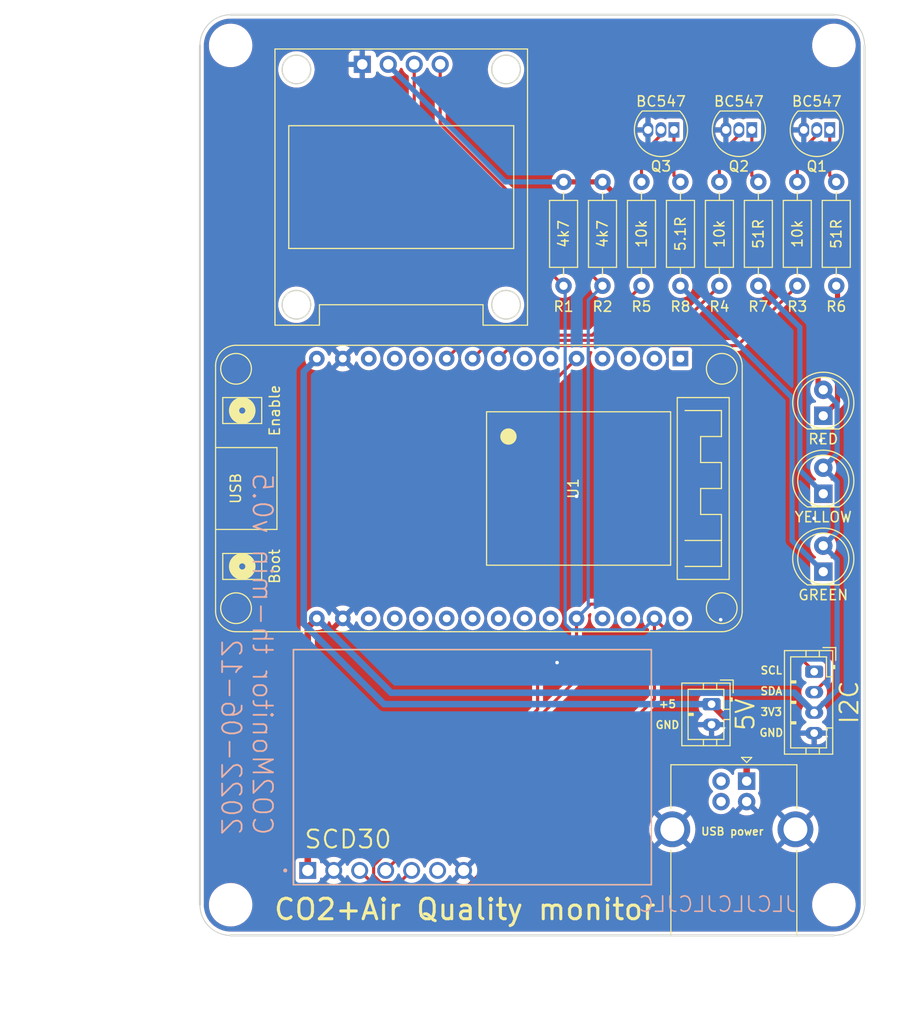
<source format=kicad_pcb>
(kicad_pcb (version 20211014) (generator pcbnew)
  (title_block (title "CO2Monitor th-min") (date "2022-06-12") (rev "v0.5"))
  (layers (0 "F.Cu" signal) (31 "B.Cu" signal) (34 "B.Paste" user) (35 "F.Paste" user) (36 "B.SilkS" user "B.Silkscreen") (37 "F.SilkS" user "F.Silkscreen") (38 "B.Mask" user) (39 "F.Mask" user) (44 "Edge.Cuts" user))
  (net 0 "")
  (net 1 "Net-(D1-Pad1)")
  (net 2 "+3V3")
  (net 3 "Net-(D2-Pad1)")
  (net 4 "Net-(D3-Pad1)")
  (net 5 "+5V")
  (net 6 "GND")
  (net 7 "/SDA")
  (net 8 "/SCL")
  (net 11 "Net-(Q1-Pad1)")
  (net 12 "Net-(Q1-Pad2)")
  (net 13 "Net-(Q2-Pad1)")
  (net 14 "Net-(Q2-Pad2)")
  (net 15 "Net-(Q3-Pad1)")
  (net 16 "Net-(Q3-Pad2)")
  (net 17 "/D25")
  (net 18 "/D26")
  (net 19 "/D27")
  (net 24 "/D35")
  (footprint "Connector_JST:JST_PH_B2B-PH-K_1x02_P2.00mm_Vertical" (layer "F.Cu") (at 70.038 87.394 -90)
    (fp_text reference "J1" hide)
    (fp_text value "JST_PH_B2B")
    (fp_line (start 1.5 -1.2) (end 1.5 -1.81) (layer "F.SilkS") (width 0.12))
    (fp_line (start -0.3 -2.01) (end -0.6 -2.01) (layer "F.SilkS") (width 0.12))
    (fp_line (start -0.3 -1.81) (end -0.3 -2.01) (layer "F.SilkS") (width 0.12))
    (fp_line (start -2.06 2.91) (end 4.06 2.91) (layer "F.SilkS") (width 0.12))
    (fp_line (start 0.5 -1.81) (end 0.5 -1.2) (layer "F.SilkS") (width 0.12))
    (fp_line (start 4.06 0.8) (end 3.45 0.8) (layer "F.SilkS") (width 0.12))
    (fp_line (start -1.11 -2.11) (end -2.36 -2.11) (layer "F.SilkS") (width 0.12))
    (fp_line (start -2.36 -2.11) (end -2.36 -0.86) (layer "F.SilkS") (width 0.12))
    (fp_line (start -2.06 -0.5) (end -1.45 -0.5) (layer "F.SilkS") (width 0.12))
    (fp_line (start 0.5 -1.2) (end -1.45 -1.2) (layer "F.SilkS") (width 0.12))
    (fp_line (start 3.45 2.3) (end 3.45 -1.2) (layer "F.SilkS") (width 0.12))
    (fp_line (start 4.06 -0.5) (end 3.45 -0.5) (layer "F.SilkS") (width 0.12))
    (fp_line (start 1.1 1.8) (end 1.1 2.3) (layer "F.SilkS") (width 0.12))
    (fp_line (start -0.6 -2.01) (end -0.6 -1.81) (layer "F.SilkS") (width 0.12))
    (fp_line (start 4.06 -1.81) (end -2.06 -1.81) (layer "F.SilkS") (width 0.12))
    (fp_line (start 1 2.3) (end 1 1.8) (layer "F.SilkS") (width 0.12))
    (fp_line (start -2.06 -1.81) (end -2.06 2.91) (layer "F.SilkS") (width 0.12))
    (fp_line (start -1.45 2.3) (end 3.45 2.3) (layer "F.SilkS") (width 0.12))
    (fp_line (start 0.9 1.8) (end 1.1 1.8) (layer "F.SilkS") (width 0.12))
    (fp_line (start 0.9 2.3) (end 0.9 1.8) (layer "F.SilkS") (width 0.12))
    (fp_line (start 3.45 -1.2) (end 1.5 -1.2) (layer "F.SilkS") (width 0.12))
    (fp_line (start 4.06 2.91) (end 4.06 -1.81) (layer "F.SilkS") (width 0.12))
    (fp_line (start -0.3 -1.91) (end -0.6 -1.91) (layer "F.SilkS") (width 0.12))
    (fp_line (start -2.06 0.8) (end -1.45 0.8) (layer "F.SilkS") (width 0.12))
    (fp_line (start -1.45 -1.2) (end -1.45 2.3) (layer "F.SilkS") (width 0.12))
    (pad "1" thru_hole roundrect locked (at 0 0 270) (size 1.2 1.75) (drill 0.75) (layers *.Cu *.Mask) (roundrect_rratio 0.2083333333) (net 5 "+5V"))
    (pad "2" thru_hole oval locked (at 2 0 270) (size 1.2 1.75) (drill 0.75) (layers *.Cu *.Mask) (net 6 "GND"))
  )
  (footprint "Package_TO_SOT_THT:TO-92_Inline" (layer "F.Cu") (at 73.975 31.26 180)
    (fp_text reference "Q2" (at 1.27 -3.56) (layer "F.SilkS"))
    (fp_text value "BC547" (at 1.27 2.790012) (layer "F.SilkS"))
    (fp_line (start -0.53 1.85) (end 3.07 1.85) (layer "F.SilkS") (width 0.12))
    (fp_arc (start -0.568478 1.838478) (mid -1.132087 -0.994977) (end 1.27 -2.6) (layer "F.SilkS") (width 0.12))
    (fp_arc (start 1.27 -2.6) (mid 3.672087 -0.994977) (end 3.108478 1.838478) (layer "F.SilkS") (width 0.12))
    (pad "1" thru_hole rect locked (at 0 0 180) (size 1.05 1.5) (drill 0.75) (layers *.Cu *.Mask) (net 13 "Net-(Q2-Pad1)"))
    (pad "2" thru_hole oval locked (at 1.27 0 180) (size 1.05 1.5) (drill 0.75) (layers *.Cu *.Mask) (net 14 "Net-(Q2-Pad2)"))
    (pad "3" thru_hole oval locked (at 2.54 0 180) (size 1.05 1.5) (drill 0.75) (layers *.Cu *.Mask) (net 6 "GND"))
  )
  (footprint "MountingHole:MountingHole_3.5mm" (layer "F.Cu") (at 22.999999 22.999996)
    (fp_text reference "H1" hide)
    (fp_text value "MountingHole")
    (pad "" np_thru_hole circle locked (at 0 0) (size 3.5 3.5) (drill 3.5) (layers *.Cu *.Mask))
  )
  (footprint "Resistor_THT:R_Axial_DIN0207_L6.3mm_D2.5mm_P10.16mm_Horizontal" (layer "F.Cu") (at 59.37 46.5 90)
    (fp_text reference "R2" (at -2.032 0 180) (layer "F.SilkS"))
    (fp_text value "4k7" (at 5.08 0 90) (layer "F.SilkS"))
    (fp_line (start 9.12 0) (end 8.35 0) (layer "F.SilkS") (width 0.12))
    (fp_line (start 1.04 0) (end 1.81 0) (layer "F.SilkS") (width 0.12))
    (fp_line (start 8.35 -1.37) (end 1.81 -1.37) (layer "F.SilkS") (width 0.12))
    (fp_line (start 1.81 -1.37) (end 1.81 1.37) (layer "F.SilkS") (width 0.12))
    (fp_line (start 1.81 1.37) (end 8.35 1.37) (layer "F.SilkS") (width 0.12))
    (fp_line (start 8.35 1.37) (end 8.35 -1.37) (layer "F.SilkS") (width 0.12))
    (pad "1" thru_hole circle (at 0 0 90) (size 1.6 1.6) (drill 0.8) (layers *.Cu *.Mask) (net 7 "/SDA"))
    (pad "2" thru_hole oval (at 10.16 0 90) (size 1.6 1.6) (drill 0.8) (layers *.Cu *.Mask) (net 2 "+3V3"))
  )
  (footprint "MountingHole:MountingHole_3.5mm" (layer "F.Cu") (at 82 107)
    (fp_text reference "H4" hide)
    (fp_text value "MountingHole")
    (pad "" np_thru_hole circle locked (at 0 0) (size 3.5 3.5) (drill 3.5) (layers *.Cu *.Mask))
  )
  (footprint "ssd1306 oled:OLED_128x64_0.96_small" (layer "F.Cu") (at 39.685 36.848)
    (fp_text reference "U3" hide)
    (fp_text value "SSD1306")
    (fp_line (start 12.35 -13.5) (end 12.35 13.5) (layer "F.SilkS") (width 0.12))
    (fp_line (start -12.35 13.5) (end -12.35 -13.5) (layer "F.SilkS") (width 0.12))
    (fp_line (start 8 11.5) (end -8 11.5) (layer "F.SilkS") (width 0.12))
    (fp_line (start -11 6) (end 11 6) (layer "F.SilkS") (width 0.12))
    (fp_line (start 11 6) (end 11 -6) (layer "F.SilkS") (width 0.12))
    (fp_line (start -8 11.5) (end -8 13.5) (layer "F.SilkS") (width 0.12))
    (fp_line (start 8 13.5) (end 8 11.5) (layer "F.SilkS") (width 0.12))
    (fp_line (start -11 -6) (end -11 6) (layer "F.SilkS") (width 0.12))
    (fp_line (start 12.35 13.5) (end 8 13.5) (layer "F.SilkS") (width 0.12))
    (fp_line (start -12.35 -13.5) (end 12.35 -13.5) (layer "F.SilkS") (width 0.12))
    (fp_line (start -8 13.5) (end -12.35 13.5) (layer "F.SilkS") (width 0.12))
    (fp_line (start -11 -6) (end 11 -6) (layer "F.SilkS") (width 0.12))
    (fp_circle (center 10.25 11.5) (end 11.65 11.5) (layer "F.SilkS") (width 0.12) (fill none))
    (fp_circle (center 10.25 -11.5) (end 11.65 -11.5) (layer "F.SilkS") (width 0.12) (fill none))
    (fp_circle (center -10.25 -11.5) (end -8.85 -11.5) (layer "F.SilkS") (width 0.12) (fill none))
    (fp_circle (center -10.25 11.5) (end -8.85 11.5) (layer "F.SilkS") (width 0.12) (fill none))
    (fp_circle (center -10.25 -11.5) (end -8.85 -11.5) (layer "Edge.Cuts") (width 0.12) (fill none))
    (fp_circle (center 10.25 11.5) (end 11.65 11.5) (layer "Edge.Cuts") (width 0.12) (fill none))
    (fp_circle (center 10.25 -11.5) (end 11.65 -11.5) (layer "Edge.Cuts") (width 0.12) (fill none))
    (fp_circle (center -10.25 11.5) (end -8.85 11.5) (layer "Edge.Cuts") (width 0.12) (fill none))
    (pad "1" thru_hole rect locked (at -3.81 -12) (size 1.6764 1.6764) (drill 1.016) (layers *.Cu *.Mask) (net 6 "GND"))
    (pad "2" thru_hole circle locked (at -1.27 -12) (size 1.6764 1.6764) (drill 1.016) (layers *.Cu *.Mask) (net 2 "+3V3"))
    (pad "3" thru_hole circle locked (at 1.27 -12) (size 1.6764 1.6764) (drill 1.016) (layers *.Cu *.Mask) (net 8 "/SCL"))
    (pad "4" thru_hole circle locked (at 3.81 -12) (size 1.6764 1.6764) (drill 1.016) (layers *.Cu *.Mask) (net 7 "/SDA"))
  )
  (footprint "Resistor_THT:R_Axial_DIN0207_L6.3mm_D2.5mm_P10.16mm_Horizontal" (layer "F.Cu") (at 55.56 46.5 90)
    (fp_text reference "R1" (at -2.032 0 180) (layer "F.SilkS"))
    (fp_text value "4k7" (at 5.08 0 90) (layer "F.SilkS"))
    (fp_line (start 1.81 1.37) (end 8.35 1.37) (layer "F.SilkS") (width 0.12))
    (fp_line (start 9.12 0) (end 8.35 0) (layer "F.SilkS") (width 0.12))
    (fp_line (start 1.04 0) (end 1.81 0) (layer "F.SilkS") (width 0.12))
    (fp_line (start 1.81 -1.37) (end 1.81 1.37) (layer "F.SilkS") (width 0.12))
    (fp_line (start 8.35 1.37) (end 8.35 -1.37) (layer "F.SilkS") (width 0.12))
    (fp_line (start 8.35 -1.37) (end 1.81 -1.37) (layer "F.SilkS") (width 0.12))
    (pad "1" thru_hole circle (at 0 0 90) (size 1.6 1.6) (drill 0.8) (layers *.Cu *.Mask) (net 8 "/SCL"))
    (pad "2" thru_hole oval (at 10.16 0 90) (size 1.6 1.6) (drill 0.8) (layers *.Cu *.Mask) (net 2 "+3V3"))
  )
  (footprint "Connector_JST:JST_PH_B4B-PH-K_1x04_P2.00mm_Vertical" (layer "F.Cu") (at 80.071 84.219 -90)
    (fp_text reference "J2" hide)
    (fp_text value "Conn_01x04")
    (fp_line (start 8.06 -1.81) (end -2.06 -1.81) (layer "F.SilkS") (width 0.12))
    (fp_line (start 2.9 1.8) (end 3.1 1.8) (layer "F.SilkS") (width 0.12))
    (fp_line (start 1.1 1.8) (end 1.1 2.3) (layer "F.SilkS") (width 0.12))
    (fp_line (start -0.3 -1.81) (end -0.3 -2.01) (layer "F.SilkS") (width 0.12))
    (fp_line (start -2.06 -1.81) (end -2.06 2.91) (layer "F.SilkS") (width 0.12))
    (fp_line (start 7.45 -1.2) (end 5.5 -1.2) (layer "F.SilkS") (width 0.12))
    (fp_line (start 5.5 -1.2) (end 5.5 -1.81) (layer "F.SilkS") (width 0.12))
    (fp_line (start 0.9 2.3) (end 0.9 1.8) (layer "F.SilkS") (width 0.12))
    (fp_line (start -2.06 -0.5) (end -1.45 -0.5) (layer "F.SilkS") (width 0.12))
    (fp_line (start -2.06 2.91) (end 8.06 2.91) (layer "F.SilkS") (width 0.12))
    (fp_line (start 5 2.3) (end 5 1.8) (layer "F.SilkS") (width 0.12))
    (fp_line (start 3 2.3) (end 3 1.8) (layer "F.SilkS") (width 0.12))
    (fp_line (start 1 2.3) (end 1 1.8) (layer "F.SilkS") (width 0.12))
    (fp_line (start 0.5 -1.2) (end -1.45 -1.2) (layer "F.SilkS") (width 0.12))
    (fp_line (start 3.1 1.8) (end 3.1 2.3) (layer "F.SilkS") (width 0.12))
    (fp_line (start 4.9 1.8) (end 5.1 1.8) (layer "F.SilkS") (width 0.12))
    (fp_line (start 8.06 -0.5) (end 7.45 -0.5) (layer "F.SilkS") (width 0.12))
    (fp_line (start -1.45 -1.2) (end -1.45 2.3) (layer "F.SilkS") (width 0.12))
    (fp_line (start 2.9 2.3) (end 2.9 1.8) (layer "F.SilkS") (width 0.12))
    (fp_line (start -2.36 -2.11) (end -2.36 -0.86) (layer "F.SilkS") (width 0.12))
    (fp_line (start 5.1 1.8) (end 5.1 2.3) (layer "F.SilkS") (width 0.12))
    (fp_line (start 0.5 -1.81) (end 0.5 -1.2) (layer "F.SilkS") (width 0.12))
    (fp_line (start -0.3 -2.01) (end -0.6 -2.01) (layer "F.SilkS") (width 0.12))
    (fp_line (start -0.3 -1.91) (end -0.6 -1.91) (layer "F.SilkS") (width 0.12))
    (fp_line (start -2.06 0.8) (end -1.45 0.8) (layer "F.SilkS") (width 0.12))
    (fp_line (start -1.11 -2.11) (end -2.36 -2.11) (layer "F.SilkS") (width 0.12))
    (fp_line (start -0.6 -2.01) (end -0.6 -1.81) (layer "F.SilkS") (width 0.12))
    (fp_line (start 4.9 2.3) (end 4.9 1.8) (layer "F.SilkS") (width 0.12))
    (fp_line (start -1.45 2.3) (end 7.45 2.3) (layer "F.SilkS") (width 0.12))
    (fp_line (start 8.06 0.8) (end 7.45 0.8) (layer "F.SilkS") (width 0.12))
    (fp_line (start 7.45 2.3) (end 7.45 -1.2) (layer "F.SilkS") (width 0.12))
    (fp_line (start 0.9 1.8) (end 1.1 1.8) (layer "F.SilkS") (width 0.12))
    (fp_line (start 8.06 2.91) (end 8.06 -1.81) (layer "F.SilkS") (width 0.12))
    (pad "1" thru_hole roundrect locked (at 0 0 270) (size 1.2 1.75) (drill 0.75) (layers *.Cu *.Mask) (roundrect_rratio 0.2083333333) (net 8 "/SCL"))
    (pad "2" thru_hole oval locked (at 2 0 270) (size 1.2 1.75) (drill 0.75) (layers *.Cu *.Mask) (net 7 "/SDA"))
    (pad "3" thru_hole oval locked (at 4 0 270) (size 1.2 1.75) (drill 0.75) (layers *.Cu *.Mask) (net 2 "+3V3"))
    (pad "4" thru_hole oval locked (at 6 0 270) (size 1.2 1.75) (drill 0.75) (layers *.Cu *.Mask) (net 6 "GND"))
  )
  (footprint "Connector_USB:USB_B_OST_USB-B1HSxx_Horizontal" (layer "F.Cu") (at 73.467 94.918999 -90)
    (fp_text reference "J3" hide)
    (fp_text value "USB_B")
    (fp_line (start 15.12 -4.91) (end 15.12 7.41) (layer "F.SilkS") (width 0.12))
    (fp_line (start 2.66 -4.91) (end -1.6 -4.91) (layer "F.SilkS") (width 0.12))
    (fp_line (start -1.6 7.41) (end 2.66 7.41) (layer "F.SilkS") (width 0.12))
    (fp_line (start 15.12 7.41) (end 6.76 7.41) (layer "F.SilkS") (width 0.12))
    (fp_line (start 6.76 -4.91) (end 15.12 -4.91) (layer "F.SilkS") (width 0.12))
    (fp_line (start -2.32 -0.5) (end -2.32 0.5) (layer "F.SilkS") (width 0.12))
    (fp_line (start -1.6 -4.91) (end -1.6 7.41) (layer "F.SilkS") (width 0.12))
    (fp_line (start -1.82 0) (end -2.32 -0.5) (layer "F.SilkS") (width 0.12))
    (fp_line (start -2.32 0.5) (end -1.82 0) (layer "F.SilkS") (width 0.12))
    (pad "1" thru_hole rect locked (at 0 0 270) (size 1.7 1.7) (drill 0.92) (layers *.Cu *.Mask) (net 5 "+5V"))
    (pad "2" thru_hole circle locked (at 0 2.5 270) (size 1.7 1.7) (drill 0.92) (layers *.Cu *.Mask))
    (pad "3" thru_hole circle locked (at 2 2.5 270) (size 1.7 1.7) (drill 0.92) (layers *.Cu *.Mask))
    (pad "4" thru_hole circle locked (at 2 0 270) (size 1.7 1.7) (drill 0.92) (layers *.Cu *.Mask) (net 6 "GND"))
    (pad "5" thru_hole circle locked (at 4.71 -4.77 270) (size 3.5 3.5) (drill 2.33) (layers *.Cu *.Mask) (net 6 "GND"))
    (pad "5" thru_hole circle locked (at 4.71 7.27 270) (size 3.5 3.5) (drill 2.33) (layers *.Cu *.Mask) (net 6 "GND"))
  )
  (footprint "LED_THT:LED_D5.0mm_Clear" (layer "F.Cu") (at 80.96 66.825 90)
    (fp_text reference "D2" hide)
    (fp_text value "YELLOW" (at -2.281 0 180) (layer "F.SilkS"))
    (fp_line (start -1.29 -1.545) (end -1.29 1.545) (layer "F.SilkS") (width 0.12))
    (fp_arc (start 4.26 -0.000462) (mid 2.072002 2.880433) (end -1.29 1.54483) (layer "F.SilkS") (width 0.12))
    (fp_arc (start -1.29 -1.54483) (mid 2.072002 -2.880433) (end 4.26 0.000462) (layer "F.SilkS") (width 0.12))
    (fp_circle (center 1.27 0) (end 3.77 0) (layer "F.SilkS") (width 0.12) (fill none))
    (pad "1" thru_hole rect locked (at 0 0 90) (size 1.8 1.8) (drill 0.9) (layers *.Cu *.Mask) (net 3 "Net-(D2-Pad1)"))
    (pad "2" thru_hole circle locked (at 2.54 0 90) (size 1.8 1.8) (drill 0.9) (layers *.Cu *.Mask) (net 2 "+3V3"))
  )
  (footprint "LED_THT:LED_D5.0mm_Clear" (layer "F.Cu") (at 80.96 59.205004 90)
    (fp_text reference "D1" hide)
    (fp_text value "RED" (at -2.280996 0 180) (layer "F.SilkS"))
    (fp_line (start -1.29 -1.545) (end -1.29 1.545) (layer "F.SilkS") (width 0.12))
    (fp_arc (start -1.29 -1.54483) (mid 2.072002 -2.880433) (end 4.26 0.000462) (layer "F.SilkS") (width 0.12))
    (fp_arc (start 4.26 -0.000462) (mid 2.072002 2.880433) (end -1.29 1.54483) (layer "F.SilkS") (width 0.12))
    (fp_circle (center 1.27 0) (end 3.77 0) (layer "F.SilkS") (width 0.12) (fill none))
    (pad "1" thru_hole rect locked (at 0 0 90) (size 1.8 1.8) (drill 0.9) (layers *.Cu *.Mask) (net 1 "Net-(D1-Pad1)"))
    (pad "2" thru_hole circle locked (at 2.54 0 90) (size 1.8 1.8) (drill 0.9) (layers *.Cu *.Mask) (net 2 "+3V3"))
  )
  (footprint "Resistor_THT:R_Axial_DIN0207_L6.3mm_D2.5mm_P10.16mm_Horizontal" (layer "F.Cu") (at 63.18 46.5 90)
    (fp_text reference "R5" (at -2.032 0 180) (layer "F.SilkS"))
    (fp_text value "10k" (at 5.08 0 90) (layer "F.SilkS"))
    (fp_line (start 1.81 -1.37) (end 1.81 1.37) (layer "F.SilkS") (width 0.12))
    (fp_line (start 1.81 1.37) (end 8.35 1.37) (layer "F.SilkS") (width 0.12))
    (fp_line (start 8.35 -1.37) (end 1.81 -1.37) (layer "F.SilkS") (width 0.12))
    (fp_line (start 8.35 1.37) (end 8.35 -1.37) (layer "F.SilkS") (width 0.12))
    (fp_line (start 9.12 0) (end 8.35 0) (layer "F.SilkS") (width 0.12))
    (fp_line (start 1.04 0) (end 1.81 0) (layer "F.SilkS") (width 0.12))
    (pad "1" thru_hole circle locked (at 0 0 90) (size 1.6 1.6) (drill 0.8) (layers *.Cu *.Mask) (net 19 "/D27"))
    (pad "2" thru_hole oval locked (at 10.16 0 90) (size 1.6 1.6) (drill 0.8) (layers *.Cu *.Mask) (net 16 "Net-(Q3-Pad2)"))
  )
  (footprint "Package_TO_SOT_THT:TO-92_Inline" (layer "F.Cu") (at 66.355 31.26 180)
    (fp_text reference "Q3" (at 1.27 -3.56) (layer "F.SilkS"))
    (fp_text value "BC547" (at 1.27 2.790012) (layer "F.SilkS"))
    (fp_line (start -0.53 1.85) (end 3.07 1.85) (layer "F.SilkS") (width 0.12))
    (fp_arc (start 1.27 -2.6) (mid 3.672087 -0.994977) (end 3.108478 1.838478) (layer "F.SilkS") (width 0.12))
    (fp_arc (start -0.568478 1.838478) (mid -1.132087 -0.994977) (end 1.27 -2.6) (layer "F.SilkS") (width 0.12))
    (pad "1" thru_hole rect locked (at 0 0 180) (size 1.05 1.5) (drill 0.75) (layers *.Cu *.Mask) (net 15 "Net-(Q3-Pad1)"))
    (pad "2" thru_hole oval locked (at 1.27 0 180) (size 1.05 1.5) (drill 0.75) (layers *.Cu *.Mask) (net 16 "Net-(Q3-Pad2)"))
    (pad "3" thru_hole oval locked (at 2.54 0 180) (size 1.05 1.5) (drill 0.75) (layers *.Cu *.Mask) (net 6 "GND"))
  )
  (footprint "Resistor_THT:R_Axial_DIN0207_L6.3mm_D2.5mm_P10.16mm_Horizontal" (layer "F.Cu") (at 74.61 36.34 -90)
    (fp_text reference "R7" (at 12.192 0 180) (layer "F.SilkS"))
    (fp_text value "51R" (at 5.08 0 90) (layer "F.SilkS"))
    (fp_line (start 1.81 1.37) (end 8.35 1.37) (layer "F.SilkS") (width 0.12))
    (fp_line (start 9.12 0) (end 8.35 0) (layer "F.SilkS") (width 0.12))
    (fp_line (start 8.35 -1.37) (end 1.81 -1.37) (layer "F.SilkS") (width 0.12))
    (fp_line (start 1.04 0) (end 1.81 0) (layer "F.SilkS") (width 0.12))
    (fp_line (start 8.35 1.37) (end 8.35 -1.37) (layer "F.SilkS") (width 0.12))
    (fp_line (start 1.81 -1.37) (end 1.81 1.37) (layer "F.SilkS") (width 0.12))
    (pad "1" thru_hole circle locked (at 0 0 270) (size 1.6 1.6) (drill 0.8) (layers *.Cu *.Mask) (net 13 "Net-(Q2-Pad1)"))
    (pad "2" thru_hole oval locked (at 10.16 0 270) (size 1.6 1.6) (drill 0.8) (layers *.Cu *.Mask) (net 3 "Net-(D2-Pad1)"))
  )
  (footprint "Package_TO_SOT_THT:TO-92_Inline" (layer "F.Cu") (at 81.595 31.26 180)
    (fp_text reference "Q1" (at 1.27 -3.56) (layer "F.SilkS"))
    (fp_text value "BC547" (at 1.27 2.790012) (layer "F.SilkS"))
    (fp_line (start -0.53 1.85) (end 3.07 1.85) (layer "F.SilkS") (width 0.12))
    (fp_arc (start -0.568478 1.838478) (mid -1.132087 -0.994977) (end 1.27 -2.6) (layer "F.SilkS") (width 0.12))
    (fp_arc (start 1.27 -2.6) (mid 3.672087 -0.994977) (end 3.108478 1.838478) (layer "F.SilkS") (width 0.12))
    (pad "1" thru_hole rect locked (at 0 0 180) (size 1.05 1.5) (drill 0.75) (layers *.Cu *.Mask) (net 11 "Net-(Q1-Pad1)"))
    (pad "2" thru_hole oval locked (at 1.27 0 180) (size 1.05 1.5) (drill 0.75) (layers *.Cu *.Mask) (net 12 "Net-(Q1-Pad2)"))
    (pad "3" thru_hole oval locked (at 2.54 0 180) (size 1.05 1.5) (drill 0.75) (layers *.Cu *.Mask) (net 6 "GND"))
  )
  (footprint "Resistor_THT:R_Axial_DIN0207_L6.3mm_D2.5mm_P10.16mm_Horizontal" (layer "F.Cu") (at 70.8 46.5 90)
    (fp_text reference "R4" (at -2.032 0 180) (layer "F.SilkS"))
    (fp_text value "10k" (at 5.08 0 270) (layer "F.SilkS"))
    (fp_line (start 9.12 0) (end 8.35 0) (layer "F.SilkS") (width 0.12))
    (fp_line (start 1.81 -1.37) (end 1.81 1.37) (layer "F.SilkS") (width 0.12))
    (fp_line (start 1.81 1.37) (end 8.35 1.37) (layer "F.SilkS") (width 0.12))
    (fp_line (start 8.35 1.37) (end 8.35 -1.37) (layer "F.SilkS") (width 0.12))
    (fp_line (start 8.35 -1.37) (end 1.81 -1.37) (layer "F.SilkS") (width 0.12))
    (fp_line (start 1.04 0) (end 1.81 0) (layer "F.SilkS") (width 0.12))
    (pad "1" thru_hole circle locked (at 0 0 90) (size 1.6 1.6) (drill 0.8) (layers *.Cu *.Mask) (net 18 "/D26"))
    (pad "2" thru_hole oval locked (at 10.16 0 90) (size 1.6 1.6) (drill 0.8) (layers *.Cu *.Mask) (net 14 "Net-(Q2-Pad2)"))
  )
  (footprint "MountingHole:MountingHole_3.5mm" (layer "F.Cu") (at 23 107)
    (fp_text reference "H3" hide)
    (fp_text value "MountingHole")
    (pad "" np_thru_hole circle locked (at 0 0) (size 3.5 3.5) (drill 3.5) (layers *.Cu *.Mask))
  )
  (footprint "LED_THT:LED_D5.0mm_Clear" (layer "F.Cu") (at 80.96 74.445 90)
    (fp_text reference "D3" hide)
    (fp_text value "GREEN" (at -2.281 0 180) (layer "F.SilkS"))
    (fp_line (start -1.29 -1.545) (end -1.29 1.545) (layer "F.SilkS") (width 0.12))
    (fp_arc (start -1.29 -1.54483) (mid 2.072002 -2.880433) (end 4.26 0.000462) (layer "F.SilkS") (width 0.12))
    (fp_arc (start 4.26 -0.000462) (mid 2.072002 2.880433) (end -1.29 1.54483) (layer "F.SilkS") (width 0.12))
    (fp_circle (center 1.27 0) (end 3.77 0) (layer "F.SilkS") (width 0.12) (fill none))
    (pad "1" thru_hole rect locked (at 0 0 90) (size 1.8 1.8) (drill 0.9) (layers *.Cu *.Mask) (net 4 "Net-(D3-Pad1)"))
    (pad "2" thru_hole circle locked (at 2.54 0 90) (size 1.8 1.8) (drill 0.9) (layers *.Cu *.Mask) (net 2 "+3V3"))
  )
  (footprint "Resistor_THT:R_Axial_DIN0207_L6.3mm_D2.5mm_P10.16mm_Horizontal" (layer "F.Cu") (at 78.42 46.5 90)
    (fp_text reference "R3" (at -2.032 0 180) (layer "F.SilkS"))
    (fp_text value "10k" (at 5.08 0 90) (layer "F.SilkS"))
    (fp_line (start 8.35 1.37) (end 8.35 -1.37) (layer "F.SilkS") (width 0.12))
    (fp_line (start 1.81 1.37) (end 8.35 1.37) (layer "F.SilkS") (width 0.12))
    (fp_line (start 1.81 -1.37) (end 1.81 1.37) (layer "F.SilkS") (width 0.12))
    (fp_line (start 8.35 -1.37) (end 1.81 -1.37) (layer "F.SilkS") (width 0.12))
    (fp_line (start 1.04 0) (end 1.81 0) (layer "F.SilkS") (width 0.12))
    (fp_line (start 9.12 0) (end 8.35 0) (layer "F.SilkS") (width 0.12))
    (pad "1" thru_hole circle locked (at 0 0 90) (size 1.6 1.6) (drill 0.8) (layers *.Cu *.Mask) (net 17 "/D25"))
    (pad "2" thru_hole oval locked (at 10.16 0 90) (size 1.6 1.6) (drill 0.8) (layers *.Cu *.Mask) (net 12 "Net-(Q1-Pad2)"))
  )
  (footprint "MountingHole:MountingHole_3.5mm" (layer "F.Cu") (at 82.000003 22.999996)
    (fp_text reference "H2" hide)
    (fp_text value "MountingHole")
    (pad "" np_thru_hole circle locked (at 0 0) (size 3.5 3.5) (drill 3.5) (layers *.Cu *.Mask))
  )
  (footprint "Resistor_THT:R_Axial_DIN0207_L6.3mm_D2.5mm_P10.16mm_Horizontal" (layer "F.Cu") (at 82.23 36.34 -90)
    (fp_text reference "R6" (at 12.192 0 180) (layer "F.SilkS"))
    (fp_text value "51R" (at 5.08 0 90) (layer "F.SilkS"))
    (fp_line (start 8.35 1.37) (end 8.35 -1.37) (layer "F.SilkS") (width 0.12))
    (fp_line (start 9.12 0) (end 8.35 0) (layer "F.SilkS") (width 0.12))
    (fp_line (start 1.81 1.37) (end 8.35 1.37) (layer "F.SilkS") (width 0.12))
    (fp_line (start 1.04 0) (end 1.81 0) (layer "F.SilkS") (width 0.12))
    (fp_line (start 1.81 -1.37) (end 1.81 1.37) (layer "F.SilkS") (width 0.12))
    (fp_line (start 8.35 -1.37) (end 1.81 -1.37) (layer "F.SilkS") (width 0.12))
    (pad "1" thru_hole circle locked (at 0 0 270) (size 1.6 1.6) (drill 0.8) (layers *.Cu *.Mask) (net 11 "Net-(Q1-Pad1)"))
    (pad "2" thru_hole oval locked (at 10.16 0 270) (size 1.6 1.6) (drill 0.8) (layers *.Cu *.Mask) (net 1 "Net-(D1-Pad1)"))
  )
  (footprint "Resistor_THT:R_Axial_DIN0207_L6.3mm_D2.5mm_P10.16mm_Horizontal" (layer "F.Cu") (at 66.99 36.34 -90)
    (fp_text reference "R8" (at 12.192 0 180) (layer "F.SilkS"))
    (fp_text value "5.1R" (at 5.08 0 90) (layer "F.SilkS"))
    (fp_line (start 8.35 1.37) (end 8.35 -1.37) (layer "F.SilkS") (width 0.12))
    (fp_line (start 9.12 0) (end 8.35 0) (layer "F.SilkS") (width 0.12))
    (fp_line (start 1.81 -1.37) (end 1.81 1.37) (layer "F.SilkS") (width 0.12))
    (fp_line (start 1.81 1.37) (end 8.35 1.37) (layer "F.SilkS") (width 0.12))
    (fp_line (start 1.04 0) (end 1.81 0) (layer "F.SilkS") (width 0.12))
    (fp_line (start 8.35 -1.37) (end 1.81 -1.37) (layer "F.SilkS") (width 0.12))
    (pad "1" thru_hole circle locked (at 0 0 270) (size 1.6 1.6) (drill 0.8) (layers *.Cu *.Mask) (net 15 "Net-(Q3-Pad1)"))
    (pad "2" thru_hole oval locked (at 10.16 0 270) (size 1.6 1.6) (drill 0.8) (layers *.Cu *.Mask) (net 4 "Net-(D3-Pad1)"))
  )
  (footprint "esp32_devkit_v1_doit:esp32_devkit_v1_doit" (layer "F.Cu") (at 66.99 66.312 -90)
    (fp_text reference "U1" (at 0 10.47 90) (layer "F.SilkS"))
    (fp_text value "ESP32_DevKit_V1_DOIT")
    (fp_text user "USB" (at 0 43.49 90) (layer "F.SilkS"))
    (fp_text user "Enable" (at -7.62 39.68 90) (layer "F.SilkS"))
    (fp_text user "Boot" (at 7.62 39.68 90) (layer "F.SilkS"))
    (fp_line (start -6.35 44.76) (end -8.89 44.76) (layer "F.SilkS") (width 0.12))
    (fp_line (start 0 -4.008) (end 0 -1.976) (layer "F.SilkS") (width 0.12))
    (fp_line (start -12 45.46) (end 12 45.46) (layer "F.SilkS") (width 0.12))
    (fp_line (start -4 39.46) (end 4 39.46) (layer "F.SilkS") (width 0.12))
    (fp_line (start -8.89 44.76) (end -8.89 40.95) (layer "F.SilkS") (width 0.12))
    (fp_line (start -7.62 -4.008) (end -5.08 -4.008) (layer "F.SilkS") (width 0.12))
    (fp_line (start -2.54 -4.008) (end 0 -4.008) (layer "F.SilkS") (width 0.12))
    (fp_line (start 8.89 -4.77) (end 8.89 0.31) (layer "F.SilkS") (width 0.12))
    (fp_line (start 7.5 18.96) (end -7.5 18.96) (layer "F.SilkS") (width 0.12))
    (fp_line (start -12 -6.04) (end 12 -6.04) (layer "F.SilkS") (width 0.12))
    (fp_line (start 0 -1.976) (end 2.54 -1.976) (layer "F.SilkS") (width 0.12))
    (fp_line (start -5.08 -4.008) (end -5.08 -1.976) (layer "F.SilkS") (width 0.12))
    (fp_line (start -8.89 0.31) (end -8.89 -4.77) (layer "F.SilkS") (width 0.12))
    (fp_line (start -5.08 -1.976) (end -2.54 -1.976) (layer "F.SilkS") (width 0.12))
    (fp_line (start 6.35 40.95) (end 8.89 40.95) (layer "F.SilkS") (width 0.12))
    (fp_line (start -7.62 -0.452) (end -7.62 -4.008) (layer "F.SilkS") (width 0.12))
    (fp_line (start -7.5 0.96) (end 7.5 0.96) (layer "F.SilkS") (width 0.12))
    (fp_line (start -8.89 -4.77) (end 8.89 -4.77) (layer "F.SilkS") (width 0.12))
    (fp_line (start -6.35 40.95) (end -6.35 44.76) (layer "F.SilkS") (width 0.12))
    (fp_line (start 2.54 -4.008) (end 7.62 -4.008) (layer "F.SilkS") (width 0.12))
    (fp_line (start 4 39.46) (end 4 45.46) (layer "F.SilkS") (width 0.12))
    (fp_line (start -4 39.46) (end -4 45.46) (layer "F.SilkS") (width 0.12))
    (fp_line (start -2.54 -1.976) (end -2.54 -4.008) (layer "F.SilkS") (width 0.12))
    (fp_line (start 14 43.46) (end 14 -4.04) (layer "F.SilkS") (width 0.12))
    (fp_line (start 6.35 44.76) (end 6.35 40.95) (layer "F.SilkS") (width 0.12))
    (fp_line (start -7.5 18.96) (end -7.5 0.96) (layer "F.SilkS") (width 0.12))
    (fp_line (start 7.62 -4.008) (end 7.62 -0.452) (layer "F.SilkS") (width 0.12))
    (fp_line (start 7.5 0.96) (end 7.5 18.96) (layer "F.SilkS") (width 0.12))
    (fp_line (start 5.08 -4.008) (end 5.08 -0.452) (layer "F.SilkS") (width 0.12))
    (fp_line (start 2.54 -1.976) (end 2.54 -4.008) (layer "F.SilkS") (width 0.12))
    (fp_line (start 8.89 40.95) (end 8.89 44.76) (layer "F.SilkS") (width 0.12))
    (fp_line (start -8.89 40.95) (end -6.35 40.95) (layer "F.SilkS") (width 0.12))
    (fp_line (start 8.89 0.31) (end -8.89 0.31) (layer "F.SilkS") (width 0.12))
    (fp_line (start 8.89 44.76) (end 6.35 44.76) (layer "F.SilkS") (width 0.12))
    (fp_line (start -14 -4.04) (end -14 43.46) (layer "F.SilkS") (width 0.12))
    (fp_arc (start -12 45.46) (mid -13.414214 44.874214) (end -14 43.46) (layer "F.SilkS") (width 0.12))
    (fp_arc (start 14 43.46) (mid 13.414214 44.874214) (end 12 45.46) (layer "F.SilkS") (width 0.12))
    (fp_arc (start 12 -6.04) (mid 13.414214 -5.454214) (end 14 -4.04) (layer "F.SilkS") (width 0.12))
    (fp_arc (start -14 -4.04) (mid -13.414214 -5.454214) (end -12 -6.04) (layer "F.SilkS") (width 0.12))
    (fp_circle (center -11.7 43.46) (end -10.2 43.46) (layer "F.SilkS") (width 0.12) (fill none))
    (fp_circle (center 11.7 43.46) (end 13.2 43.46) (layer "F.SilkS") (width 0.12) (fill none))
    (fp_circle (center -7.62 42.855) (end -7.32 42.855) (layer "F.SilkS") (width 1) (fill none))
    (fp_circle (center -11.7 -4.04) (end -10.2 -4.04) (layer "F.SilkS") (width 0.12) (fill none))
    (fp_circle (center 7.62 42.855) (end 7.92 42.855) (layer "F.SilkS") (width 1) (fill none))
    (fp_circle (center 11.7 -4.04) (end 13.2 -4.04) (layer "F.SilkS") (width 0.12) (fill none))
    (fp_circle (center -5.08 16.82) (end -4.68 16.82) (layer "F.SilkS") (width 0.8) (fill none))
    (pad "1" thru_hole rect locked (at -12.7 0 270) (size 1.524 1.524) (drill 0.762) (layers *.Cu *.Mask))
    (pad "2" thru_hole circle locked (at -12.7 2.54 270) (size 1.524 1.524) (drill 0.762) (layers *.Cu *.Mask))
    (pad "3" thru_hole circle locked (at -12.7 5.08 270) (size 1.524 1.524) (drill 0.762) (layers *.Cu *.Mask))
    (pad "4" thru_hole circle locked (at -12.7 7.62 270) (size 1.524 1.524) (drill 0.762) (layers *.Cu *.Mask))
    (pad "5" thru_hole circle locked (at -12.7 10.16 270) (size 1.524 1.524) (drill 0.762) (layers *.Cu *.Mask) (net 24 "/D35"))
    (pad "6" thru_hole circle locked (at -12.7 12.7 270) (size 1.524 1.524) (drill 0.762) (layers *.Cu *.Mask))
    (pad "7" thru_hole circle locked (at -12.7 15.24 270) (size 1.524 1.524) (drill 0.762) (layers *.Cu *.Mask))
    (pad "8" thru_hole circle locked (at -12.7 17.78 270) (size 1.524 1.524) (drill 0.762) (layers *.Cu *.Mask) (net 17 "/D25"))
    (pad "9" thru_hole circle locked (at -12.7 20.32 270) (size 1.524 1.524) (drill 0.762) (layers *.Cu *.Mask) (net 18 "/D26"))
    (pad "10" thru_hole circle locked (at -12.7 22.86 270) (size 1.524 1.524) (drill 0.762) (layers *.Cu *.Mask) (net 19 "/D27"))
    (pad "11" thru_hole circle locked (at -12.7 25.4 270) (size 1.524 1.524) (drill 0.762) (layers *.Cu *.Mask))
    (pad "12" thru_hole circle locked (at -12.7 27.94 270) (size 1.524 1.524) (drill 0.762) (layers *.Cu *.Mask))
    (pad "13" thru_hole circle locked (at -12.7 30.48 270) (size 1.524 1.524) (drill 0.762) (layers *.Cu *.Mask))
    (pad "14" thru_hole circle locked (at -12.7 33.02 270) (size 1.524 1.524) (drill 0.762) (layers *.Cu *.Mask) (net 6 "GND"))
    (pad "15" thru_hole circle locked (at -12.7 35.56 270) (size 1.524 1.524) (drill 0.762) (layers *.Cu *.Mask) (net 5 "+5V"))
    (pad "16" thru_hole circle locked (at 12.7 35.56 270) (size 1.524 1.524) (drill 0.762) (layers *.Cu *.Mask) (net 2 "+3V3"))
    (pad "17" thru_hole circle locked (at 12.7 33.02 270) (size 1.524 1.524) (drill 0.762) (layers *.Cu *.Mask) (net 6 "GND"))
    (pad "18" thru_hole circle locked (at 12.7 30.48 270) (size 1.524 1.524) (drill 0.762) (layers *.Cu *.Mask))
    (pad "19" thru_hole circle locked (at 12.7 27.94 270) (size 1.524 1.524) (drill 0.762) (layers *.Cu *.Mask))
    (pad "20" thru_hole circle locked (at 12.7 25.4 270) (size 1.524 1.524) (drill 0.762) (layers *.Cu *.Mask))
    (pad "21" thru_hole circle locked (at 12.7 22.86 270) (size 1.524 1.524) (drill 0.762) (layers *.Cu *.Mask))
    (pad "22" thru_hole circle locked (at 12.7 20.32 270) (size 1.524 1.524) (drill 0.762) (layers *.Cu *.Mask))
    (pad "23" thru_hole circle locked (at 12.7 17.78 270) (size 1.524 1.524) (drill 0.762) (layers *.Cu *.Mask))
    (pad "24" thru_hole circle locked (at 12.7 15.24 270) (size 1.524 1.524) (drill 0.762) (layers *.Cu *.Mask))
    (pad "25" thru_hole circle locked (at 12.7 12.7 270) (size 1.524 1.524) (drill 0.762) (layers *.Cu *.Mask))
    (pad "26" thru_hole circle locked (at 12.7 10.16 270) (size 1.524 1.524) (drill 0.762) (layers *.Cu *.Mask) (net 7 "/SDA"))
    (pad "27" thru_hole circle locked (at 12.7 7.62 270) (size 1.524 1.524) (drill 0.762) (layers *.Cu *.Mask))
    (pad "28" thru_hole circle locked (at 12.7 5.08 270) (size 1.524 1.524) (drill 0.762) (layers *.Cu *.Mask))
    (pad "29" thru_hole circle locked (at 12.7 2.54 270) (size 1.524 1.524) (drill 0.762) (layers *.Cu *.Mask) (net 8 "/SCL"))
    (pad "30" thru_hole circle locked (at 12.7 0 270) (size 1.524 1.524) (drill 0.762) (layers *.Cu *.Mask))
  )
  (footprint "SCD30:SCD30" (layer "B.Cu") (at 46.641 93.55)
    (fp_text reference "U2" hide)
    (fp_text value "SCD30")
    (fp_line (start -17.5 11.5) (end 17.5 11.5) (layer "B.SilkS") (width 0.127))
    (fp_line (start 17.5 11.5) (end 17.5 -11.5) (layer "B.SilkS") (width 0.127))
    (fp_line (start 17.5 -11.5) (end -17.5 -11.5) (layer "B.SilkS") (width 0.127))
    (fp_line (start -17.5 -11.5) (end -17.5 11.5) (layer "B.SilkS") (width 0.127))
    (fp_circle (center -18.3 10.1) (end -18.2 10.1) (layer "B.SilkS") (width 0.2) (fill none))
    (pad "1" thru_hole rect locked (at -16.1 10.1) (size 1.65 1.65) (drill 1.1) (layers *.Cu *.Mask) (net 2 "+3V3"))
    (pad "2" thru_hole circle locked (at -13.56 10.1) (size 1.65 1.65) (drill 1.1) (layers *.Cu *.Mask) (net 6 "GND"))
    (pad "3" thru_hole circle locked (at -11.02 10.1) (size 1.65 1.65) (drill 1.1) (layers *.Cu *.Mask) (net 8 "/SCL"))
    (pad "4" thru_hole circle locked (at -8.48 10.1) (size 1.65 1.65) (drill 1.1) (layers *.Cu *.Mask) (net 7 "/SDA"))
    (pad "5" thru_hole circle locked (at -5.94 10.1) (size 1.65 1.65) (drill 1.1) (layers *.Cu *.Mask) (net 24 "/D35"))
    (pad "6" thru_hole circle locked (at -3.4 10.1) (size 1.65 1.65) (drill 1.1) (layers *.Cu *.Mask))
    (pad "7" thru_hole circle locked (at -0.86 10.1) (size 1.65 1.65) (drill 1.1) (layers *.Cu *.Mask) (net 6 "GND"))
  )
  (gr_line (start 29.144 105.047) (end 64.1452 105.047) (layer "F.SilkS") (width 0.15))
  (gr_line (start 64.1452 82.06) (end 29.144 82.06) (layer "F.SilkS") (width 0.15))
  (gr_line (start 29.144 82.06) (end 29.144 105.047) (layer "F.SilkS") (width 0.15))
  (gr_line (start 64.1452 105.047) (end 64.1452 82.06) (layer "F.SilkS") (width 0.15))
  (gr_arc locked (start 20 23) (mid 20.87868 20.87868) (end 23 20) (layer "Edge.Cuts") (width 0.1))
  (gr_arc locked (start 22.999999 110) (mid 20.878679 109.121321) (end 20 107.000001) (layer "Edge.Cuts") (width 0.1))
  (gr_line locked (start 22.999999 110) (end 82.000003 110) (layer "Edge.Cuts") (width 0.2))
  (gr_line locked (start 85 107) (end 85 23) (layer "Edge.Cuts") (width 0.2))
  (gr_line locked (start 20 23) (end 20 107) (layer "Edge.Cuts") (width 0.2))
  (gr_line locked (start 82 20) (end 23 20) (layer "Edge.Cuts") (width 0.2))
  (gr_arc locked (start 82.000003 20.000002) (mid 84.121319 20.87868) (end 84.999997 22.999996) (layer "Edge.Cuts") (width 0.1))
  (gr_arc locked (start 84.999997 107.000001) (mid 84.12132 109.12132) (end 82.000003 110) (layer "Edge.Cuts") (width 0.1))
  (gr_text "${TITLE} ${REVISION}\n${ISSUE_DATE}" (at 24.572 100.348 270) (layer "B.SilkS") (effects (font (size 1.905 1.905) (thickness 0.1778)) (justify left mirror)))
  (gr_text "JLCJLCJLCJLC" (at 78.42 106.952) (layer "B.SilkS") (effects (font (size 1.5 1.5)) (justify left mirror)))
  (gr_text "SCL" (at 75.88 84.092) (layer "F.SilkS") (effects (font (size 0.75 0.75))))
  (gr_text "+5" (at 65.72 87.394) (layer "F.SilkS") (effects (font (size 0.75 0.75))))
  (gr_text "SDA" (at 75.88 86.124) (layer "F.SilkS") (effects (font (size 0.75 0.75))))
  (gr_text "CO2+Air Quality monitor" (at 45.908 107.46) (layer "F.SilkS") (effects (font (size 2 2) (thickness 0.3))))
  (gr_text "GND" (at 65.72 89.426) (layer "F.SilkS") (effects (font (size 0.75 0.75))))
  (gr_text "3V3" (at 75.88 88.156) (layer "F.SilkS") (effects (font (size 0.75 0.75))))
  (gr_text "USB power" (at 72.07 99.84) (layer "F.SilkS") (effects (font (size 0.75 0.75))))
  (gr_text "SCD30" (at 34.478 100.602) (layer "F.SilkS") (effects (font (size 1.75 1.75) (thickness 0.2))))
  (gr_text "5V" (at 73.34 88.41 90) (layer "F.SilkS") (effects (font (size 1.75 1.75) (thickness 0.2))))
  (gr_text "GND" (at 75.88 90.188) (layer "F.SilkS") (effects (font (size 0.75 0.75))))
  (gr_text "I2C" (at 83.5 87.218999 90) (layer "F.SilkS") (effects (font (size 1.75 1.75) (thickness 0.2))))
  (segment (start 82.357 57.808) (end 80.96 59.205) (width 0.508) (layer "F.Cu") (net 1))
  (segment (start 82.357 46.627) (end 82.357 57.808) (width 0.508) (layer "F.Cu") (net 1))
  (segment (start 82.23 46.5) (end 82.357 46.627) (width 0.508) (layer "F.Cu") (net 1))
  (segment (start 30.541 79.901) (end 31.43 79.012) (width 0.635) (layer "F.Cu") (net 2))
  (segment (start 80.452 56.157) (end 80.452 45.865) (width 0.508) (layer "F.Cu") (net 2))
  (segment (start 80.96 56.665) (end 80.452 56.157) (width 0.508) (layer "F.Cu") (net 2))
  (segment (start 30.541 103.65) (end 30.541 79.901) (width 0.635) (layer "F.Cu") (net 2))
  (segment (start 73.34 38.753) (end 61.783 38.753) (width 0.508) (layer "F.Cu") (net 2))
  (segment (start 61.783 38.753) (end 59.37 36.34) (width 0.508) (layer "F.Cu") (net 2))
  (segment (start 80.452 45.865) (end 73.34 38.753) (width 0.508) (layer "F.Cu") (net 2))
  (segment (start 55.56 36.34) (end 59.243 36.34) (width 0.508) (layer "F.Cu") (net 2))
  (segment (start 31.43 79.012) (end 38.69498 86.27698) (width 0.635) (layer "B.Cu") (net 2))
  (segment (start 82.313511 70.551489) (end 80.96 71.905) (width 0.508) (layer "B.Cu") (net 2))
  (segment (start 82.313511 85.976489) (end 80.071 88.219) (width 0.508) (layer "B.Cu") (net 2))
  (segment (start 82.313511 58.018511) (end 82.313511 62.931489) (width 0.508) (layer "B.Cu") (net 2))
  (segment (start 38.69498 86.27698) (end 78.12898 86.27698) (width 0.635) (layer "B.Cu") (net 2))
  (segment (start 80.96 71.905) (end 82.313511 73.258511) (width 0.508) (layer "B.Cu") (net 2))
  (segment (start 78.12898 86.27698) (end 80.071 88.219) (width 0.635) (layer "B.Cu") (net 2))
  (segment (start 82.313511 62.931489) (end 80.96 64.285) (width 0.508) (layer "B.Cu") (net 2))
  (segment (start 55.56 36.34) (end 49.845 36.34) (width 0.508) (layer "B.Cu") (net 2))
  (segment (start 82.313511 73.258511) (end 82.313511 85.976489) (width 0.508) (layer "B.Cu") (net 2))
  (segment (start 80.96 56.665) (end 82.313511 58.018511) (width 0.508) (layer "B.Cu") (net 2))
  (segment (start 80.96 64.285) (end 82.313511 65.638511) (width 0.508) (layer "B.Cu") (net 2))
  (segment (start 82.313511 65.638511) (end 82.313511 70.551489) (width 0.508) (layer "B.Cu") (net 2))
  (segment (start 49.845 36.34) (end 38.415 24.91) (width 0.508) (layer "B.Cu") (net 2))
  (segment (start 38.415 24.91) (end 38.415 24.848) (width 0.508) (layer "B.Cu") (net 2))
  (segment (start 78.674 64.539) (end 80.96 66.825) (width 0.508) (layer "B.Cu") (net 3))
  (segment (start 78.674 50.564) (end 78.674 64.539) (width 0.508) (layer "B.Cu") (net 3))
  (segment (start 74.61 46.5) (end 78.674 50.564) (width 0.508) (layer "B.Cu") (net 3))
  (segment (start 77.912 71.397) (end 77.912 57.422) (width 0.508) (layer "B.Cu") (net 4))
  (segment (start 77.912 57.422) (end 66.99 46.5) (width 0.508) (layer "B.Cu") (net 4))
  (segment (start 80.96 74.445) (end 77.912 71.397) (width 0.508) (layer "B.Cu") (net 4))
  (segment (start 73.467 90.823) (end 73.467 94.919) (width 0.635) (layer "F.Cu") (net 5))
  (segment (start 70.038 87.394) (end 73.467 90.823) (width 0.635) (layer "F.Cu") (net 5))
  (segment (start 30.150989 79.541785) (end 30.150989 54.891011) (width 0.635) (layer "B.Cu") (net 5))
  (segment (start 30.150989 54.891011) (end 31.43 53.612) (width 0.635) (layer "B.Cu") (net 5))
  (segment (start 38.003204 87.394) (end 30.150989 79.541785) (width 0.635) (layer "B.Cu") (net 5))
  (segment (start 70.038 87.394) (end 38.003204 87.394) (width 0.635) (layer "B.Cu") (net 5))
  (via (at 54.925 83.33) (size 0.7564) (drill 0.35) (layers "F.Cu" "B.Cu") (net 6))
  (via (at 80.071 69.233) (size 0.7564) (drill 0.35) (layers "F.Cu" "B.Cu") (net 6))
  (via (at 56.83 67.074) (size 0.7564) (drill 0.35) (layers "F.Cu" "B.Cu") (net 6))
  (via (at 80.706 61.613) (size 0.7564) (drill 0.35) (layers "F.Cu" "B.Cu") (net 6))
  (via (at 70.927 79.139) (size 0.7564) (drill 0.35) (layers "F.Cu" "B.Cu") (net 6))
  (segment (start 58.227 77.615) (end 56.83 79.012) (width 0.3048) (layer "F.Cu") (net 7))
  (segment (start 81.29792 84.99208) (end 81.29792 83.41392) (width 0.3048) (layer "F.Cu") (net 7))
  (segment (start 43.495 30.625) (end 43.495 24.848) (width 0.3048) (layer "F.Cu") (net 7))
  (segment (start 75.499 77.615) (end 58.227 77.615) (width 0.3048) (layer "F.Cu") (net 7))
  (segment (start 81.29792 83.41392) (end 75.499 77.615) (width 0.3048) (layer "F.Cu") (net 7))
  (segment (start 80.071 86.219) (end 81.29792 84.99208) (width 0.3048) (layer "F.Cu") (net 7))
  (segment (start 56.83 84.981) (end 38.161 103.65) (width 0.3048) (layer "F.Cu") (net 7))
  (segment (start 59.37 46.5) (end 43.495 30.625) (width 0.3048) (layer "F.Cu") (net 7))
  (segment (start 56.83 79.012) (end 56.83 84.981) (width 0.3048) (layer "F.Cu") (net 7))
  (segment (start 57.973 47.897) (end 57.973 77.869) (width 0.3048) (layer "B.Cu") (net 7))
  (segment (start 57.973 77.869) (end 56.83 79.012) (width 0.3048) (layer "B.Cu") (net 7))
  (segment (start 59.37 46.5) (end 57.973 47.897) (width 0.3048) (layer "B.Cu") (net 7))
  (segment (start 37.399 105.428) (end 35.621 103.65) (width 0.3048) (layer "F.Cu") (net 8))
  (segment (start 64.45 79.012) (end 64.45 86.886) (width 0.3048) (layer "F.Cu") (net 8))
  (segment (start 65.72 80.282) (end 76.134 80.282) (width 0.3048) (layer "F.Cu") (net 8))
  (segment (start 64.45 86.886) (end 45.908 105.428) (width 0.3048) (layer "F.Cu") (net 8))
  (segment (start 45.908 105.428) (end 37.399 105.428) (width 0.3048) (layer "F.Cu") (net 8))
  (segment (start 40.955 31.895) (end 40.955 24.848) (width 0.3048) (layer "F.Cu") (net 8))
  (segment (start 64.45 79.012) (end 65.72 80.282) (width 0.3048) (layer "F.Cu") (net 8))
  (segment (start 55.56 46.5) (end 40.955 31.895) (width 0.3048) (layer "F.Cu") (net 8))
  (segment (start 76.134 80.282) (end 80.071 84.219) (width 0.3048) (layer "F.Cu") (net 8))
  (segment (start 55.716089 46.656089) (end 55.716089 79.549089) (width 0.3048) (layer "B.Cu") (net 8))
  (segment (start 55.716089 79.549089) (end 56.292911 80.125911) (width 0.3048) (layer "B.Cu") (net 8))
  (segment (start 63.336089 80.125911) (end 64.45 79.012) (width 0.3048) (layer "B.Cu") (net 8))
  (segment (start 56.292911 80.125911) (end 63.336089 80.125911) (width 0.3048) (layer "B.Cu") (net 8))
  (segment (start 55.56 46.5) (end 55.716089 46.656089) (width 0.3048) (layer "B.Cu") (net 8))
  (segment (start 81.595 31.26) (end 81.595 35.705) (width 0.3048) (layer "F.Cu") (net 11))
  (segment (start 81.595 35.705) (end 82.23 36.34) (width 0.3048) (layer "F.Cu") (net 11))
  (segment (start 80.325 31.768) (end 78.42 33.673) (width 0.3048) (layer "F.Cu") (net 12))
  (segment (start 80.325 31.26) (end 80.325 31.768) (width 0.3048) (layer "F.Cu") (net 12))
  (segment (start 78.42 33.673) (end 78.42 36.34) (width 0.3048) (layer "F.Cu") (net 12))
  (segment (start 73.975 35.705) (end 74.61 36.34) (width 0.3048) (layer "F.Cu") (net 13))
  (segment (start 73.975 31.26) (end 73.975 35.705) (width 0.3048) (layer "F.Cu") (net 13))
  (segment (start 72.705 31.26) (end 72.705 31.768) (width 0.3048) (layer "F.Cu") (net 14))
  (segment (start 72.705 31.768) (end 70.8 33.673) (width 0.3048) (layer "F.Cu") (net 14))
  (segment (start 70.8 33.673) (end 70.8 36.34) (width 0.3048) (layer "F.Cu") (net 14))
  (segment (start 66.355 31.26) (end 66.355 35.705) (width 0.3048) (layer "F.Cu") (net 15))
  (segment (start 66.355 35.705) (end 66.99 36.34) (width 0.3048) (layer "F.Cu") (net 15))
  (segment (start 63.18 33.673) (end 63.18 36.34) (width 0.3048) (layer "F.Cu") (net 16))
  (segment (start 65.085 31.768) (end 63.18 33.673) (width 0.3048) (layer "F.Cu") (net 16))
  (segment (start 65.085 31.26) (end 65.085 31.768) (width 0.3048) (layer "F.Cu") (net 16))
  (segment (start 50.48 52.342) (end 72.578 52.342) (width 0.3048) (layer "F.Cu") (net 17))
  (segment (start 72.578 52.342) (end 78.42 46.5) (width 0.3048) (layer "F.Cu") (net 17))
  (segment (start 49.21 53.612) (end 50.48 52.342) (width 0.3048) (layer "F.Cu") (net 17))
  (segment (start 65.466 51.834) (end 48.448 51.834) (width 0.3048) (layer "F.Cu") (net 18))
  (segment (start 48.448 51.834) (end 46.67 53.612) (width 0.3048) (layer "F.Cu") (net 18))
  (segment (start 70.8 46.5) (end 65.466 51.834) (width 0.3048) (layer "F.Cu") (net 18))
  (segment (start 63.18 46.5) (end 58.354 51.326) (width 0.3048) (layer "F.Cu") (net 19))
  (segment (start 46.416 51.326) (end 44.13 53.612) (width 0.3048) (layer "F.Cu") (net 19))
  (segment (start 58.354 51.326) (end 46.416 51.326) (width 0.3048) (layer "F.Cu") (net 19))
  (segment (start 40.701 103.65) (end 39.524089 104.826911) (width 0.3048) (layer "F.Cu") (net 24))
  (segment (start 39.524089 104.826911) (end 37.673506 104.826911) (width 0.3048) (layer "F.Cu") (net 24))
  (segment (start 37.893595 102.253) (end 38.669 102.253) (width 0.3048) (layer "F.Cu") (net 24))
  (segment (start 37.673506 104.826911) (end 36.984089 104.137494) (width 0.3048) (layer "F.Cu") (net 24))
  (segment (start 36.984089 103.162506) (end 37.893595 102.253) (width 0.3048) (layer "F.Cu") (net 24))
  (segment (start 36.984089 104.137494) (end 36.984089 103.162506) (width 0.3048) (layer "F.Cu") (net 24))
  (segment (start 53.02 57.422) (end 56.83 53.612) (width 0.3048) (layer "F.Cu") (net 24))
  (segment (start 38.669 102.253) (end 53.02 87.902) (width 0.3048) (layer "F.Cu") (net 24))
  (segment (start 53.02 87.902) (end 53.02 57.422) (width 0.3048) (layer "F.Cu") (net 24))
  (zone (net 6) (net_name "GND") (layers F&B.Cu) (name "GND") (connect_pads (clearance 0.381)) (min_thickness 0.254) (fill yes (thermal_gap 0.508) (thermal_bridge_width 0.508))
    (polygon (pts (xy 87.31 112.54) (xy 17.46 112.54) (xy 17.46 18.56) (xy 87.31 18.56)))
  )
)
</source>
